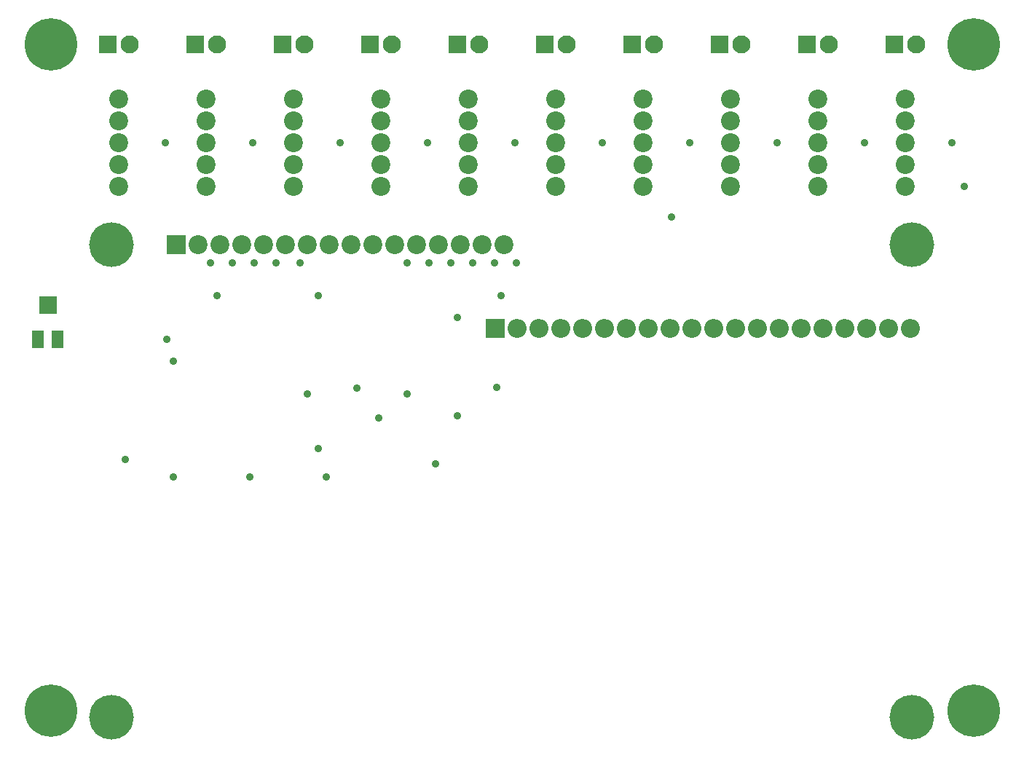
<source format=gts>
G04 #@! TF.GenerationSoftware,KiCad,Pcbnew,(5.1.6)-1*
G04 #@! TF.CreationDate,2023-01-22T16:10:02+01:00*
G04 #@! TF.ProjectId,switches-with-lcd-display,73776974-6368-4657-932d-776974682d6c,rev?*
G04 #@! TF.SameCoordinates,Original*
G04 #@! TF.FileFunction,Soldermask,Top*
G04 #@! TF.FilePolarity,Negative*
%FSLAX46Y46*%
G04 Gerber Fmt 4.6, Leading zero omitted, Abs format (unit mm)*
G04 Created by KiCad (PCBNEW (5.1.6)-1) date 2023-01-22 16:10:02*
%MOMM*%
%LPD*%
G01*
G04 APERTURE LIST*
%ADD10C,0.900000*%
%ADD11R,2.200000X2.200000*%
%ADD12C,2.200000*%
%ADD13C,5.200000*%
%ADD14R,1.400000X2.100000*%
%ADD15R,2.100000X2.100000*%
%ADD16C,6.100000*%
%ADD17O,2.200000X2.200000*%
%ADD18C,2.100000*%
G04 APERTURE END LIST*
D10*
X135382000Y-96520000D03*
D11*
X43804000Y-103350000D03*
D12*
X46344000Y-103350000D03*
X48884000Y-103350000D03*
X51424000Y-103350000D03*
X53964000Y-103350000D03*
X56504000Y-103350000D03*
X59044000Y-103350000D03*
X61584000Y-103350000D03*
X64124000Y-103350000D03*
X66664000Y-103350000D03*
X69204000Y-103350000D03*
X71744000Y-103350000D03*
X74284000Y-103350000D03*
X76824000Y-103350000D03*
X79364000Y-103350000D03*
X81904000Y-103350000D03*
D13*
X36304000Y-103310000D03*
X129304000Y-103310000D03*
X36304000Y-158310000D03*
X129304000Y-158310000D03*
D14*
X30037000Y-114337000D03*
D15*
X28887000Y-110337000D03*
D14*
X27737000Y-114337000D03*
D16*
X29210000Y-157480000D03*
X136525000Y-157480000D03*
X136525000Y-80010000D03*
X29210000Y-80010000D03*
D10*
X101346000Y-100076000D03*
X48514000Y-109220000D03*
X42672000Y-114300000D03*
X43434000Y-116840000D03*
X37846000Y-128270000D03*
X43434000Y-130302000D03*
X52324000Y-130302000D03*
X61214000Y-130302000D03*
X81026000Y-119888000D03*
X73914000Y-128778000D03*
X76454000Y-123190000D03*
X60325000Y-127000000D03*
X64770000Y-120015000D03*
X59055000Y-120650000D03*
X60325000Y-109220000D03*
X67310000Y-123444000D03*
X70612000Y-120650000D03*
X81534000Y-109220000D03*
X76454000Y-111760000D03*
X83312000Y-105410000D03*
X80772000Y-105410000D03*
X78232000Y-105410000D03*
X75692000Y-105410000D03*
X73152000Y-105410000D03*
X70612000Y-105410000D03*
X58166000Y-105410000D03*
X55372000Y-105410000D03*
X52832000Y-105410000D03*
X50292000Y-105410000D03*
X47752000Y-105410000D03*
X133985000Y-91440000D03*
X123825000Y-91440000D03*
X113665000Y-91440000D03*
X103505000Y-91440000D03*
X93345000Y-91440000D03*
X83185000Y-91440000D03*
X73025000Y-91440000D03*
X62865000Y-91440000D03*
X52705000Y-91440000D03*
X42545000Y-91440000D03*
D12*
X128524000Y-96520000D03*
X128524000Y-86360000D03*
X128524000Y-91440000D03*
X128524000Y-88900000D03*
X128524000Y-93980000D03*
X108204000Y-96520000D03*
X108204000Y-86360000D03*
X108204000Y-91440000D03*
X108204000Y-88900000D03*
X108204000Y-93980000D03*
X98044000Y-96520000D03*
X98044000Y-86360000D03*
X98044000Y-91440000D03*
X98044000Y-88900000D03*
X98044000Y-93980000D03*
X118364000Y-96520000D03*
X118364000Y-86360000D03*
X118364000Y-91440000D03*
X118364000Y-88900000D03*
X118364000Y-93980000D03*
X57404000Y-96520000D03*
X57404000Y-86360000D03*
X57404000Y-91440000D03*
X57404000Y-88900000D03*
X57404000Y-93980000D03*
X77724000Y-96520000D03*
X77724000Y-86360000D03*
X77724000Y-91440000D03*
X77724000Y-88900000D03*
X77724000Y-93980000D03*
X87884000Y-96520000D03*
X87884000Y-86360000D03*
X87884000Y-91440000D03*
X87884000Y-88900000D03*
X87884000Y-93980000D03*
X67564000Y-96520000D03*
X67564000Y-86360000D03*
X67564000Y-91440000D03*
X67564000Y-88900000D03*
X67564000Y-93980000D03*
X37084000Y-96520000D03*
X37084000Y-86360000D03*
X37084000Y-91440000D03*
X37084000Y-88900000D03*
X37084000Y-93980000D03*
X47244000Y-96520000D03*
X47244000Y-86360000D03*
X47244000Y-91440000D03*
X47244000Y-88900000D03*
X47244000Y-93980000D03*
D17*
X129159000Y-113030000D03*
X101219000Y-113030000D03*
X111379000Y-113030000D03*
X106299000Y-113030000D03*
X121539000Y-113030000D03*
X108839000Y-113030000D03*
X118999000Y-113030000D03*
D11*
X80899000Y-113030000D03*
D17*
X91059000Y-113030000D03*
X93599000Y-113030000D03*
X126619000Y-113030000D03*
X113919000Y-113030000D03*
X88519000Y-113030000D03*
X83439000Y-113030000D03*
X85979000Y-113030000D03*
X103759000Y-113030000D03*
X98679000Y-113030000D03*
X124079000Y-113030000D03*
X116459000Y-113030000D03*
X96139000Y-113030000D03*
D15*
X127254000Y-80010000D03*
D18*
X129794000Y-80010000D03*
D15*
X106934000Y-80010000D03*
D18*
X109474000Y-80010000D03*
D15*
X96774000Y-80010000D03*
D18*
X99314000Y-80010000D03*
D15*
X117094000Y-80010000D03*
D18*
X119634000Y-80010000D03*
D15*
X56134000Y-80010000D03*
D18*
X58674000Y-80010000D03*
D15*
X76454000Y-80010000D03*
D18*
X78994000Y-80010000D03*
D15*
X86614000Y-80010000D03*
D18*
X89154000Y-80010000D03*
D15*
X66294000Y-80010000D03*
D18*
X68834000Y-80010000D03*
D15*
X35814000Y-80010000D03*
D18*
X38354000Y-80010000D03*
D15*
X45974000Y-80010000D03*
D18*
X48514000Y-80010000D03*
M02*

</source>
